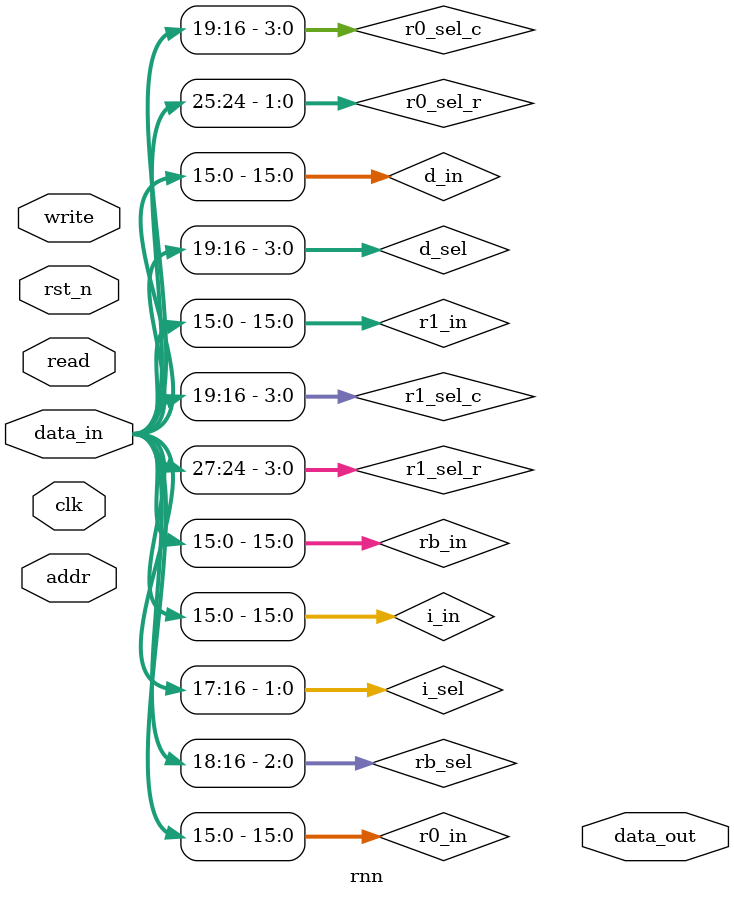
<source format=sv>

module rnn(
	input  logic 		clk,
	input  logic 		rst_n,
	input  logic 		read,
	input  logic		write,
	input  logic [31:0] addr,
	input  logic [31:0]	data_in,
	output logic [31:0] data_out
	);

typedef enum {LOAD, READY, BUSY, DONE} state_t;
state_t state;

// ==========================================================
// input vector
// Will be rewritten after each char
// ==========================================================
logic        i_write;
logic  [1:0] i_sel;
logic [15:0] i_in, i_out;

tensor_1d #(.LEN(2)) input_char(
	.clk, .rst_n,
	.write(i_write), .sel(i_sel), 
	.param_in(i_in), .param_out(i_out));
// ==========================================================



// ==========================================================
// hidden state tensor module
// Will be rewritten after each char
// ==========================================================
logic        h_write;
logic  [3:0] h_sel;
logic [15:0] h_in, h_out;

tensor_1d #(.LEN(4)) hidden(
	.clk, .rst_n,
	.write(h_write), .sel(h_sel), 
	.param_in(h_in), .param_out(h_out));
// ==========================================================



// ==========================================================
// first recurrent matrix module
// ==========================================================
logic        r0_write;
logic  [1:0] r0_sel_r;
logic  [3:0] r0_sel_c;
logic [15:0] r0_in, r0_out;

tensor_2d #(.ROW_BITS(2), .COL_BITS(4)) rnn_0(
	.clk, .rst_n, .write(r0_write), 
	.sel_r(r0_sel_r), .sel_c(r0_sel_c), 
	.param_in(r0_in), .param_out(r0_out));
// ==========================================================



// ==========================================================
// second recurrent matrix module
// ==========================================================
logic        r1_write;
logic  [3:0] r1_sel_r;
logic  [3:0] r1_sel_c;
logic [15:0] r1_in, r1_out;

tensor_2d #(.ROW_BITS(4), .COL_BITS(4) ) rnn_1(
	.clk, .rst_n, .write(r1_write), 
	.sel_r(r1_sel_r), .sel_c(r1_sel_c), 
	.param_in(r1_in), .param_out(r1_out));
// ==========================================================



// ==========================================================
// recurrent bias tensor module
// ==========================================================
logic        rb_write;
logic  [2:0] rb_sel;
logic [15:0] rb_in, rb_out;

tensor_1d #(.LEN(3)) rnn_bias(
	.clk, .rst_n, .write(rb_write), 
	.sel(rb_sel), .param_in(rb_in), .param_out(rb_out));
// ==========================================================



// ==========================================================
// dense layer vector module
// ==========================================================
logic        d_write;
logic  [3:0] d_sel;
logic [15:0] d_in, d_out;

tensor_1d #(.LEN(4)) dense(
	.clk, .rst_n, .write(d_write), 
	.sel(d_sel), .param_in(d_in), .param_out(d_out));

// dense layer bias scalar
logic [15:0] dense_bias;
// ==========================================================



// ==========================================================
// data routing 
// IMPORTANT: data_in is used for data AND secondary addressing
// 1. [ 15:0] represent Q16 fixed point numbers
// 2. [31:16] depend on the tensor size 
//		1D vector select: [23:16]
//      2D matrix rows: [31:24], cols: [23:16] 
// ==========================================================

assign i_in     = data_in[15:0];
assign i_write  = addr === 1 && state == LOAD && write;
assign i_sel    = data_in[23:16];

assign r0_in    = data_in[15:0];
assign r0_write = addr === 2 && state == LOAD && write;
assign r0_sel_r = data_in[31:24];
assign r0_sel_c = data_in[23:16];

assign r1_in    = data_in[15:0];
assign r1_write = addr === 3 && state == LOAD && write;
assign r1_sel_r = data_in[31:24];
assign r1_sel_c = data_in[23:16];

assign rb_in    = data_in[15:0];
assign rb_write = addr === 4 && state == LOAD && write;
assign rb_sel   = data_in[23:16]; 

assign d_in     = data_in[15:0];
assign d_write  = addr === 5 && state == LOAD && write;
assign d_sel    = data_in[23:16];
// ==========================================================



// ==========================================================
// RNN top-level Controller
// ==========================================================
always_ff @(posedge clk or negedge rst_n) begin
	if(~rst_n) begin
		dense_bias <= 15'b0;
		state      <= LOAD;
	end else begin
		case(state)

			LOAD: begin
				if(write && addr == 6) dense_bias <= data_in[15:0];
				if(write && addr == 0) state <= READY;
			end

			READY: begin
				state <= BUSY;
			end

			BUSY: begin
				state <= DONE;
			end

			DONE: begin
				if(write && addr == 0) state <= LOAD;
			end

			default: begin
				state <= LOAD;
			end

		endcase
	end
end



endmodule : rnn
</source>
